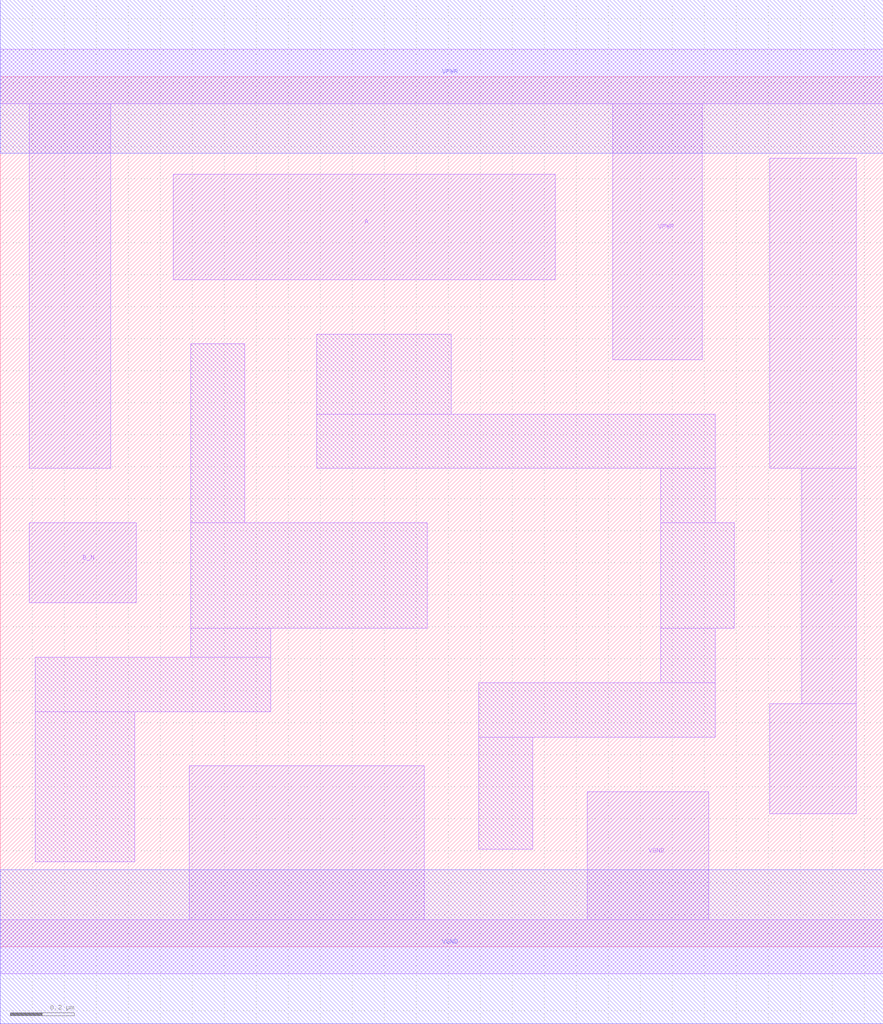
<source format=lef>
# Copyright 2020 The SkyWater PDK Authors
#
# Licensed under the Apache License, Version 2.0 (the "License");
# you may not use this file except in compliance with the License.
# You may obtain a copy of the License at
#
#     https://www.apache.org/licenses/LICENSE-2.0
#
# Unless required by applicable law or agreed to in writing, software
# distributed under the License is distributed on an "AS IS" BASIS,
# WITHOUT WARRANTIES OR CONDITIONS OF ANY KIND, either express or implied.
# See the License for the specific language governing permissions and
# limitations under the License.
#
# SPDX-License-Identifier: Apache-2.0

VERSION 5.5 ;
NAMESCASESENSITIVE ON ;
BUSBITCHARS "[]" ;
DIVIDERCHAR "/" ;
MACRO sky130_fd_sc_hd__or2b_1
  CLASS CORE ;
  SOURCE USER ;
  ORIGIN  0.000000  0.000000 ;
  SIZE  2.760000 BY  2.720000 ;
  SYMMETRY X Y R90 ;
  SITE unithd ;
  PIN A
    ANTENNAGATEAREA  0.126000 ;
    DIRECTION INPUT ;
    USE SIGNAL ;
    PORT
      LAYER li1 ;
        RECT 0.540000 2.085000 1.735000 2.415000 ;
    END
  END A
  PIN B_N
    ANTENNAGATEAREA  0.126000 ;
    DIRECTION INPUT ;
    USE SIGNAL ;
    PORT
      LAYER li1 ;
        RECT 0.090000 1.075000 0.425000 1.325000 ;
    END
  END B_N
  PIN X
    ANTENNADIFFAREA  0.445500 ;
    DIRECTION OUTPUT ;
    USE SIGNAL ;
    PORT
      LAYER li1 ;
        RECT 2.405000 0.415000 2.675000 0.760000 ;
        RECT 2.405000 1.495000 2.675000 2.465000 ;
        RECT 2.505000 0.760000 2.675000 1.495000 ;
    END
  END X
  PIN VGND
    DIRECTION INOUT ;
    SHAPE ABUTMENT ;
    USE GROUND ;
    PORT
      LAYER li1 ;
        RECT 0.000000 -0.085000 2.760000 0.085000 ;
        RECT 0.590000  0.085000 1.325000 0.565000 ;
        RECT 1.835000  0.085000 2.215000 0.485000 ;
    END
    PORT
      LAYER met1 ;
        RECT 0.000000 -0.240000 2.760000 0.240000 ;
    END
  END VGND
  PIN VPWR
    DIRECTION INOUT ;
    SHAPE ABUTMENT ;
    USE POWER ;
    PORT
      LAYER li1 ;
        RECT 0.000000 2.635000 2.760000 2.805000 ;
        RECT 0.090000 1.495000 0.345000 2.635000 ;
        RECT 1.915000 1.835000 2.195000 2.635000 ;
    END
    PORT
      LAYER met1 ;
        RECT 0.000000 2.480000 2.760000 2.960000 ;
    END
  END VPWR
  OBS
    LAYER li1 ;
      RECT 0.110000 0.265000 0.420000 0.735000 ;
      RECT 0.110000 0.735000 0.845000 0.905000 ;
      RECT 0.595000 0.905000 0.845000 0.995000 ;
      RECT 0.595000 0.995000 1.335000 1.325000 ;
      RECT 0.595000 1.325000 0.765000 1.885000 ;
      RECT 0.990000 1.495000 2.235000 1.665000 ;
      RECT 0.990000 1.665000 1.410000 1.915000 ;
      RECT 1.495000 0.305000 1.665000 0.655000 ;
      RECT 1.495000 0.655000 2.235000 0.825000 ;
      RECT 2.065000 0.825000 2.235000 0.995000 ;
      RECT 2.065000 0.995000 2.295000 1.325000 ;
      RECT 2.065000 1.325000 2.235000 1.495000 ;
  END
END sky130_fd_sc_hd__or2b_1
END LIBRARY

</source>
